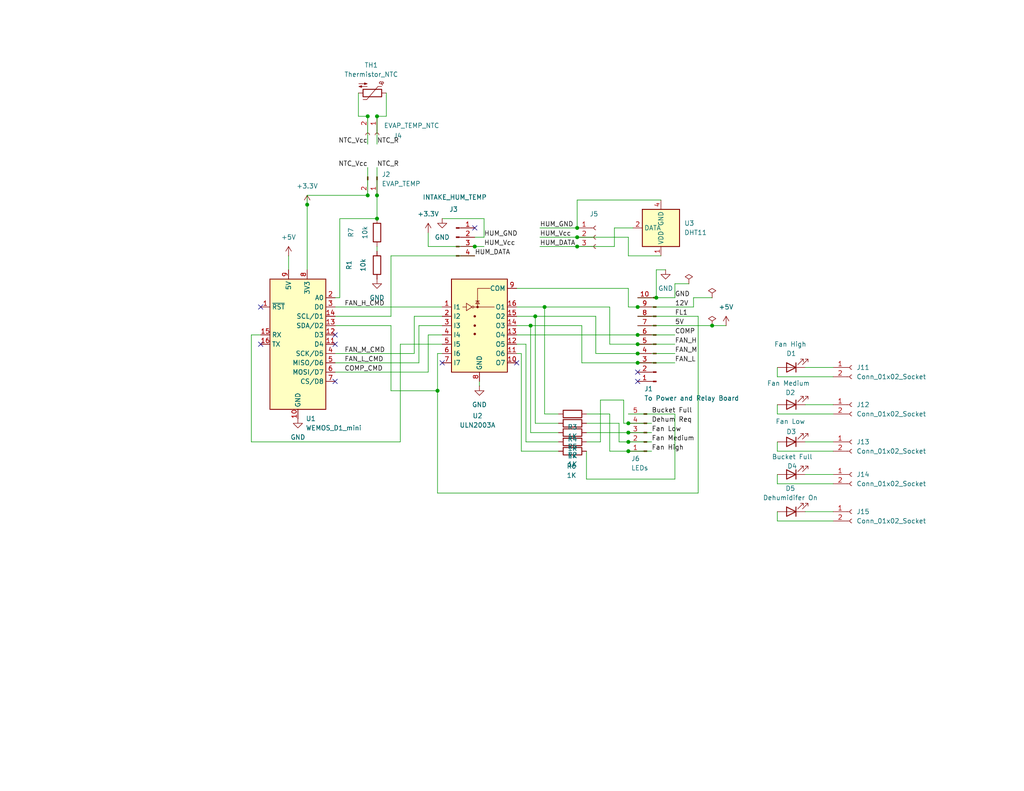
<source format=kicad_sch>
(kicad_sch (version 20250114) (generator "eeschema") (generator_version "9.0")
  (paper "USLetter")
  (title_block (title "Dehumidifier Retrofit esp8255") (rev "0") (company "Red Creek Enterprises"))
  (lib_symbols
    (symbol "Connector:Conn_01x02_Pin" (pin_names (offset 1.016) (hide yes))
      (property "Reference" "J" (at 0 2.54 0))
      (property "Value" "Conn_01x02_Pin" (at 0 -5.08 0))
      (symbol "Conn_01x02_Pin_1_1"
        (rectangle (start 0.8636 0.127) (end 0 -0.127) (stroke (width 0.1524)) (fill (type outline)))
        (rectangle (start 0.8636 -2.413) (end 0 -2.667) (stroke (width 0.1524)) (fill (type outline)))
        (polyline (pts (xy 1.27 0) (xy 0.8636 0)) (stroke (width 0.1524)))
        (polyline (pts (xy 1.27 -2.54) (xy 0.8636 -2.54)) (stroke (width 0.1524)))
        (pin passive line (at 5.08 0 180) (length 3.81) (name "Pin_1") (number "1"))
        (pin passive line (at 5.08 -2.54 180) (length 3.81) (name "Pin_2") (number "2"))
      )
    )
    (symbol "Connector:Conn_01x02_Socket" (pin_names (offset 1.016) (hide yes))
      (property "Reference" "J" (at 0 2.54 0))
      (property "Value" "Conn_01x02_Socket" (at 0 -5.08 0))
      (symbol "Conn_01x02_Socket_1_1"
        (polyline (pts (xy -1.27 0) (xy -0.508 0)) (stroke (width 0.1524)))
        (polyline (pts (xy -1.27 -2.54) (xy -0.508 -2.54)) (stroke (width 0.1524)))
        (arc (start 0 -0.508) (mid -0.5058 0) (end 0 0.508) (stroke (width 0.1524)))
        (arc (start 0 -3.048) (mid -0.5058 -2.54) (end 0 -2.032) (stroke (width 0.1524)))
        (pin passive line (at -5.08 0 0) (length 3.81) (name "Pin_1") (number "1"))
        (pin passive line (at -5.08 -2.54 0) (length 3.81) (name "Pin_2") (number "2"))
      )
    )
    (symbol "Connector:Conn_01x03_Socket" (pin_names (offset 1.016) (hide yes))
      (property "Reference" "J" (at 0 5.08 0))
      (property "Value" "Conn_01x03_Socket" (at 0 -5.08 0))
      (symbol "Conn_01x03_Socket_1_1"
        (polyline (pts (xy -1.27 2.54) (xy -0.508 2.54)) (stroke (width 0.1524)))
        (polyline (pts (xy -1.27 0) (xy -0.508 0)) (stroke (width 0.1524)))
        (polyline (pts (xy -1.27 -2.54) (xy -0.508 -2.54)) (stroke (width 0.1524)))
        (arc (start 0 2.032) (mid -0.5058 2.54) (end 0 3.048) (stroke (width 0.1524)))
        (arc (start 0 -0.508) (mid -0.5058 0) (end 0 0.508) (stroke (width 0.1524)))
        (arc (start 0 -3.048) (mid -0.5058 -2.54) (end 0 -2.032) (stroke (width 0.1524)))
        (pin passive line (at -5.08 2.54 0) (length 3.81) (name "Pin_1") (number "1"))
        (pin passive line (at -5.08 0 0) (length 3.81) (name "Pin_2") (number "2"))
        (pin passive line (at -5.08 -2.54 0) (length 3.81) (name "Pin_3") (number "3"))
      )
    )
    (symbol "Connector:Conn_01x04_Pin" (pin_names (offset 1.016) (hide yes))
      (property "Reference" "J" (at 0 5.08 0))
      (property "Value" "Conn_01x04_Pin" (at 0 -7.62 0))
      (symbol "Conn_01x04_Pin_1_1"
        (rectangle (start 0.8636 2.667) (end 0 2.413) (stroke (width 0.1524)) (fill (type outline)))
        (rectangle (start 0.8636 0.127) (end 0 -0.127) (stroke (width 0.1524)) (fill (type outline)))
        (rectangle (start 0.8636 -2.413) (end 0 -2.667) (stroke (width 0.1524)) (fill (type outline)))
        (rectangle (start 0.8636 -4.953) (end 0 -5.207) (stroke (width 0.1524)) (fill (type outline)))
        (polyline (pts (xy 1.27 2.54) (xy 0.8636 2.54)) (stroke (width 0.1524)))
        (polyline (pts (xy 1.27 0) (xy 0.8636 0)) (stroke (width 0.1524)))
        (polyline (pts (xy 1.27 -2.54) (xy 0.8636 -2.54)) (stroke (width 0.1524)))
        (polyline (pts (xy 1.27 -5.08) (xy 0.8636 -5.08)) (stroke (width 0.1524)))
        (pin passive line (at 5.08 2.54 180) (length 3.81) (name "Pin_1") (number "1"))
        (pin passive line (at 5.08 0 180) (length 3.81) (name "Pin_2") (number "2"))
        (pin passive line (at 5.08 -2.54 180) (length 3.81) (name "Pin_3") (number "3"))
        (pin passive line (at 5.08 -5.08 180) (length 3.81) (name "Pin_4") (number "4"))
      )
    )
    (symbol "Connector:Conn_01x05_Pin" (pin_names (offset 1.016) (hide yes))
      (property "Reference" "J" (at 0 7.62 0))
      (property "Value" "Conn_01x05_Pin" (at 0 -7.62 0))
      (symbol "Conn_01x05_Pin_1_1"
        (rectangle (start 0.8636 5.207) (end 0 4.953) (stroke (width 0.1524)) (fill (type outline)))
        (rectangle (start 0.8636 2.667) (end 0 2.413) (stroke (width 0.1524)) (fill (type outline)))
        (rectangle (start 0.8636 0.127) (end 0 -0.127) (stroke (width 0.1524)) (fill (type outline)))
        (rectangle (start 0.8636 -2.413) (end 0 -2.667) (stroke (width 0.1524)) (fill (type outline)))
        (rectangle (start 0.8636 -4.953) (end 0 -5.207) (stroke (width 0.1524)) (fill (type outline)))
        (polyline (pts (xy 1.27 5.08) (xy 0.8636 5.08)) (stroke (width 0.1524)))
        (polyline (pts (xy 1.27 2.54) (xy 0.8636 2.54)) (stroke (width 0.1524)))
        (polyline (pts (xy 1.27 0) (xy 0.8636 0)) (stroke (width 0.1524)))
        (polyline (pts (xy 1.27 -2.54) (xy 0.8636 -2.54)) (stroke (width 0.1524)))
        (polyline (pts (xy 1.27 -5.08) (xy 0.8636 -5.08)) (stroke (width 0.1524)))
        (pin passive line (at 5.08 5.08 180) (length 3.81) (name "Pin_1") (number "1"))
        (pin passive line (at 5.08 2.54 180) (length 3.81) (name "Pin_2") (number "2"))
        (pin passive line (at 5.08 0 180) (length 3.81) (name "Pin_3") (number "3"))
        (pin passive line (at 5.08 -2.54 180) (length 3.81) (name "Pin_4") (number "4"))
        (pin passive line (at 5.08 -5.08 180) (length 3.81) (name "Pin_5") (number "5"))
      )
    )
    (symbol "Connector:Conn_01x10_Pin" (pin_names (offset 1.016) (hide yes))
      (property "Reference" "J" (at 0 12.7 0))
      (property "Value" "Conn_01x10_Pin" (at 0 -15.24 0))
      (symbol "Conn_01x10_Pin_1_1"
        (rectangle (start 0.8636 10.287) (end 0 10.033) (stroke (width 0.1524)) (fill (type outline)))
        (rectangle (start 0.8636 7.747) (end 0 7.493) (stroke (width 0.1524)) (fill (type outline)))
        (rectangle (start 0.8636 5.207) (end 0 4.953) (stroke (width 0.1524)) (fill (type outline)))
        (rectangle (start 0.8636 2.667) (end 0 2.413) (stroke (width 0.1524)) (fill (type outline)))
        (rectangle (start 0.8636 0.127) (end 0 -0.127) (stroke (width 0.1524)) (fill (type outline)))
        (rectangle (start 0.8636 -2.413) (end 0 -2.667) (stroke (width 0.1524)) (fill (type outline)))
        (rectangle (start 0.8636 -4.953) (end 0 -5.207) (stroke (width 0.1524)) (fill (type outline)))
        (rectangle (start 0.8636 -7.493) (end 0 -7.747) (stroke (width 0.1524)) (fill (type outline)))
        (rectangle (start 0.8636 -10.033) (end 0 -10.287) (stroke (width 0.1524)) (fill (type outline)))
        (rectangle (start 0.8636 -12.573) (end 0 -12.827) (stroke (width 0.1524)) (fill (type outline)))
        (polyline (pts (xy 1.27 10.16) (xy 0.8636 10.16)) (stroke (width 0.1524)))
        (polyline (pts (xy 1.27 7.62) (xy 0.8636 7.62)) (stroke (width 0.1524)))
        (polyline (pts (xy 1.27 5.08) (xy 0.8636 5.08)) (stroke (width 0.1524)))
        (polyline (pts (xy 1.27 2.54) (xy 0.8636 2.54)) (stroke (width 0.1524)))
        (polyline (pts (xy 1.27 0) (xy 0.8636 0)) (stroke (width 0.1524)))
        (polyline (pts (xy 1.27 -2.54) (xy 0.8636 -2.54)) (stroke (width 0.1524)))
        (polyline (pts (xy 1.27 -5.08) (xy 0.8636 -5.08)) (stroke (width 0.1524)))
        (polyline (pts (xy 1.27 -7.62) (xy 0.8636 -7.62)) (stroke (width 0.1524)))
        (polyline (pts (xy 1.27 -10.16) (xy 0.8636 -10.16)) (stroke (width 0.1524)))
        (polyline (pts (xy 1.27 -12.7) (xy 0.8636 -12.7)) (stroke (width 0.1524)))
        (pin passive line (at 5.08 10.16 180) (length 3.81) (name "Pin_1") (number "1"))
        (pin passive line (at 5.08 7.62 180) (length 3.81) (name "Pin_2") (number "2"))
        (pin passive line (at 5.08 5.08 180) (length 3.81) (name "Pin_3") (number "3"))
        (pin passive line (at 5.08 2.54 180) (length 3.81) (name "Pin_4") (number "4"))
        (pin passive line (at 5.08 0 180) (length 3.81) (name "Pin_5") (number "5"))
        (pin passive line (at 5.08 -2.54 180) (length 3.81) (name "Pin_6") (number "6"))
        (pin passive line (at 5.08 -5.08 180) (length 3.81) (name "Pin_7") (number "7"))
        (pin passive line (at 5.08 -7.62 180) (length 3.81) (name "Pin_8") (number "8"))
        (pin passive line (at 5.08 -10.16 180) (length 3.81) (name "Pin_9") (number "9"))
        (pin passive line (at 5.08 -12.7 180) (length 3.81) (name "Pin_10") (number "10"))
      )
    )
    (symbol "Device:LED" (pin_numbers (hide yes)) (pin_names (offset 1.016) (hide yes))
      (property "Reference" "D" (at 0 2.54 0))
      (property "Value" "LED" (at 0 -2.54 0))
      (symbol "LED_0_1"
        (polyline (pts (xy -3.048 -0.762) (xy -4.572 -2.286) (xy -3.81 -2.286) (xy -4.572 -2.286) (xy -4.572 -1.524)))
        (polyline (pts (xy -1.778 -0.762) (xy -3.302 -2.286) (xy -2.54 -2.286) (xy -3.302 -2.286) (xy -3.302 -1.524)))
        (polyline (pts (xy -1.27 0) (xy 1.27 0)))
        (polyline (pts (xy -1.27 -1.27) (xy -1.27 1.27)) (stroke (width 0.254)))
        (polyline (pts (xy 1.27 -1.27) (xy 1.27 1.27) (xy -1.27 0) (xy 1.27 -1.27)) (stroke (width 0.254)))
      )
      (symbol "LED_1_1"
        (pin passive line (at -3.81 0 0) (length 2.54) (name "K") (number "1"))
        (pin passive line (at 3.81 0 180) (length 2.54) (name "A") (number "2"))
      )
    )
    (symbol "Device:R" (pin_numbers (hide yes)) (pin_names (offset 0))
      (property "Reference" "R" (at 2.032 0 90))
      (property "Value" "R" (at 0 0 90))
      (symbol "R_0_1"
        (rectangle (start -1.016 -2.54) (end 1.016 2.54) (stroke (width 0.254)))
      )
      (symbol "R_1_1"
        (pin passive line (at 0 3.81 270) (length 1.27) (name "~") (number "1"))
        (pin passive line (at 0 -3.81 90) (length 1.27) (name "~") (number "2"))
      )
    )
    (symbol "Device:Thermistor_NTC" (pin_numbers (hide yes)) (pin_names (offset 0))
      (property "Reference" "TH" (at -4.445 0 90))
      (property "Value" "Thermistor_NTC" (at 3.175 0 90))
      (symbol "Thermistor_NTC_0_1"
        (arc (start -3.175 2.413) (mid -3.0506 2.3165) (end -3.048 2.159))
        (arc (start -3.048 2.794) (mid -2.9736 2.9736) (end -2.794 3.048))
        (arc (start -2.794 3.048) (mid -2.6144 2.9736) (end -2.54 2.794))
        (arc (start -2.794 2.54) (mid -2.9736 2.6144) (end -3.048 2.794))
        (arc (start -2.794 1.905) (mid -2.9736 1.9794) (end -3.048 2.159))
        (arc (start -2.54 2.159) (mid -2.6144 1.9794) (end -2.794 1.905))
        (arc (start -2.159 2.794) (mid -2.434 2.5608) (end -2.794 2.54))
        (polyline (pts (xy -2.54 2.159) (xy -2.54 2.794)))
        (polyline (pts (xy -2.54 -3.683) (xy -2.54 -1.397) (xy -2.794 -2.159) (xy -2.286 -2.159) (xy -2.54 -1.397) (xy -2.54 -1.651)) (fill (type outline)))
        (polyline (pts (xy -1.778 2.54) (xy -1.778 1.524) (xy 1.778 -1.524) (xy 1.778 -2.54)))
        (polyline (pts (xy -1.778 -1.397) (xy -1.778 -3.683) (xy -2.032 -2.921) (xy -1.524 -2.921) (xy -1.778 -3.683) (xy -1.778 -3.429)) (fill (type outline)))
        (rectangle (start -1.016 2.54) (end 1.016 -2.54) (stroke (width 0.254)))
      )
      (symbol "Thermistor_NTC_1_1"
        (pin passive line (at 0 3.81 270) (length 1.27) (name "~") (number "1"))
        (pin passive line (at 0 -3.81 90) (length 1.27) (name "~") (number "2"))
      )
    )
    (symbol "RF_Module:WEMOS_D1_mini"
      (property "Reference" "U1" (at 2.1433 -20.32 0))
      (property "Value" "WEMOS_D1_mini" (at 2.1433 -22.86 0))
      (symbol "WEMOS_D1_mini_1_1"
        (rectangle (start -7.62 17.78) (end 7.62 -17.78) (stroke (width 0.254)) (fill (type background)))
        (pin input line (at -10.16 10.16 0) (length 2.54) (name "~{RST}") (number "1"))
        (pin bidirectional line (at -10.16 2.54 0) (length 2.54) (name "RX") (number "15"))
        (pin output line (at -10.16 0 0) (length 2.54) (name "TX") (number "16"))
        (pin power_in line (at -2.54 20.32 270) (length 2.54) (name "5V") (number "9"))
        (pin power_in line (at 0 -20.32 90) (length 2.54) (name "GND") (number "10"))
        (pin power_out line (at 2.54 20.32 270) (length 2.54) (name "3V3") (number "8"))
        (pin input line (at 10.16 12.7 180) (length 2.54) (name "A0") (number "2"))
        (pin bidirectional line (at 10.16 10.16 180) (length 2.54) (name "D0") (number "3"))
        (pin bidirectional line (at 10.16 7.62 180) (length 2.54) (name "SCL/D1") (number "14"))
        (pin bidirectional line (at 10.16 5.08 180) (length 2.54) (name "SDA/D2") (number "13"))
        (pin bidirectional line (at 10.16 2.54 180) (length 2.54) (name "D3") (number "12"))
        (pin bidirectional line (at 10.16 0 180) (length 2.54) (name "D4") (number "11"))
        (pin bidirectional line (at 10.16 -2.54 180) (length 2.54) (name "SCK/D5") (number "4"))
        (pin bidirectional line (at 10.16 -5.08 180) (length 2.54) (name "MISO/D6") (number "5"))
        (pin bidirectional line (at 10.16 -7.62 180) (length 2.54) (name "MOSI/D7") (number "6"))
        (pin bidirectional line (at 10.16 -10.16 180) (length 2.54) (name "CS/D8") (number "7"))
      )
    )
    (symbol "Sensor:DHT11"
      (property "Reference" "U" (at -3.81 6.35 0))
      (property "Value" "DHT11" (at 3.81 6.35 0))
      (symbol "DHT11_0_1"
        (rectangle (start -5.08 5.08) (end 5.08 -5.08) (stroke (width 0.254)) (fill (type background)))
      )
      (symbol "DHT11_1_1"
        (pin no_connect line (at -5.08 0 0) (length 2.54) (hide yes) (name "NC") (number "3"))
        (pin power_in line (at 0 7.62 270) (length 2.54) (name "VDD") (number "1"))
        (pin power_in line (at 0 -7.62 90) (length 2.54) (name "GND") (number "4"))
        (pin bidirectional line (at 7.62 0 180) (length 2.54) (name "DATA") (number "2"))
      )
    )
    (symbol "Transistor_Array:ULN2003A"
      (property "Reference" "U" (at 0 15.875 0))
      (property "Value" "ULN2003A" (at 0 13.97 0))
      (symbol "ULN2003A_0_1"
        (rectangle (start -7.62 -12.7) (end 7.62 12.7) (stroke (width 0.254)) (fill (type background)))
        (polyline (pts (xy -4.572 5.08) (xy -3.556 5.08)))
        (polyline (pts (xy -3.556 6.096) (xy -3.556 4.064) (xy -2.032 5.08) (xy -3.556 6.096)))
        (circle (center -1.778 5.08) (radius 0.254))
        (polyline (pts (xy -1.524 5.08) (xy 4.064 5.08)))
        (circle (center -1.27 2.54) (radius 0.254) (fill (type outline)))
        (circle (center -1.27 0) (radius 0.254) (fill (type outline)))
        (circle (center -1.27 -2.286) (radius 0.254) (fill (type outline)))
        (circle (center -0.508 5.08) (radius 0.254) (fill (type outline)))
        (polyline (pts (xy -0.508 5.08) (xy -0.508 10.16) (xy 2.921 10.16)))
        (polyline (pts (xy 0 6.731) (xy -1.016 6.731)))
        (polyline (pts (xy 0 5.969) (xy -1.016 5.969) (xy -0.508 6.731) (xy 0 5.969)))
      )
      (symbol "ULN2003A_1_1"
        (pin input line (at -10.16 5.08 0) (length 2.54) (name "I1") (number "1"))
        (pin input line (at -10.16 2.54 0) (length 2.54) (name "I2") (number "2"))
        (pin input line (at -10.16 0 0) (length 2.54) (name "I3") (number "3"))
        (pin input line (at -10.16 -2.54 0) (length 2.54) (name "I4") (number "4"))
        (pin input line (at -10.16 -5.08 0) (length 2.54) (name "I5") (number "5"))
        (pin input line (at -10.16 -7.62 0) (length 2.54) (name "I6") (number "6"))
        (pin input line (at -10.16 -10.16 0) (length 2.54) (name "I7") (number "7"))
        (pin power_in line (at 0 -15.24 90) (length 2.54) (name "GND") (number "8"))
        (pin passive line (at 10.16 10.16 180) (length 2.54) (name "COM") (number "9"))
        (pin open_collector line (at 10.16 5.08 180) (length 2.54) (name "O1") (number "16"))
        (pin open_collector line (at 10.16 2.54 180) (length 2.54) (name "O2") (number "15"))
        (pin open_collector line (at 10.16 0 180) (length 2.54) (name "O3") (number "14"))
        (pin open_collector line (at 10.16 -2.54 180) (length 2.54) (name "O4") (number "13"))
        (pin open_collector line (at 10.16 -5.08 180) (length 2.54) (name "O5") (number "12"))
        (pin open_collector line (at 10.16 -7.62 180) (length 2.54) (name "O6") (number "11"))
        (pin open_collector line (at 10.16 -10.16 180) (length 2.54) (name "O7") (number "10"))
      )
    )
    (symbol "power:+3.3V" (power) (pin_numbers (hide yes)) (pin_names (offset 0) (hide yes))
      (property "Value" "+3.3V" (at 0 3.556 0))
      (symbol "+3.3V_0_1"
        (polyline (pts (xy -0.762 1.27) (xy 0 2.54)))
        (polyline (pts (xy 0 2.54) (xy 0.762 1.27)))
        (polyline (pts (xy 0 0) (xy 0 2.54)))
      )
      (symbol "+3.3V_1_1"
        (pin power_in line (at 0 0 90) (length 0) (name "~") (number "1"))
      )
    )
    (symbol "power:+5V" (power) (pin_numbers (hide yes)) (pin_names (offset 0) (hide yes))
      (property "Value" "+5V" (at 0 3.556 0))
      (symbol "+5V_0_1"
        (polyline (pts (xy -0.762 1.27) (xy 0 2.54)))
        (polyline (pts (xy 0 2.54) (xy 0.762 1.27)))
        (polyline (pts (xy 0 0) (xy 0 2.54)))
      )
      (symbol "+5V_1_1"
        (pin power_in line (at 0 0 90) (length 0) (name "~") (number "1"))
      )
    )
    (symbol "power:GND" (power) (pin_numbers (hide yes)) (pin_names (offset 0) (hide yes))
      (property "Value" "GND" (at 0 -3.81 0))
      (symbol "GND_0_1"
        (polyline (pts (xy 0 0) (xy 0 -1.27) (xy 1.27 -1.27) (xy 0 -2.54) (xy -1.27 -1.27) (xy 0 -1.27)))
      )
      (symbol "GND_1_1"
        (pin power_in line (at 0 0 270) (length 0) (name "~") (number "1"))
      )
    )
    (symbol "power:PWR_FLAG" (power) (pin_numbers (hide yes)) (pin_names (offset 0) (hide yes))
      (property "Value" "PWR_FLAG" (at 0 3.81 0))
      (symbol "PWR_FLAG_0_0"
        (pin power_out line (at 0 0 90) (length 0) (name "~") (number "1"))
      )
      (symbol "PWR_FLAG_0_1"
        (polyline (pts (xy 0 0) (xy 0 1.27) (xy -1.016 1.905) (xy 0 2.54) (xy 1.016 1.905) (xy 0 1.27)))
      )
    )
  )
  (junction (at 102.87 31.75))
  (junction (at 102.87 59.69))
  (junction (at 179.07 81.28))
  (junction (at 119.38 106.68))
  (junction (at 100.33 31.75))
  (junction (at 173.99 91.44))
  (junction (at 129.54 67.31))
  (junction (at 157.48 62.23))
  (junction (at 102.87 53.34))
  (junction (at 83.82 55.88))
  (junction (at 171.45 123.19))
  (junction (at 171.45 120.65))
  (junction (at 173.99 83.82))
  (junction (at 148.59 83.82))
  (junction (at 146.05 86.36))
  (junction (at 171.45 118.11))
  (junction (at 157.48 64.77))
  (junction (at 194.31 88.9))
  (junction (at 171.45 115.57))
  (junction (at 100.33 53.34))
  (junction (at 173.99 93.98))
  (junction (at 144.78 88.9))
  (junction (at 157.48 67.31))
  (junction (at 173.99 96.52))
  (junction (at 173.99 99.06))
  (no_connect (at 91.44 104.14))
  (no_connect (at 173.99 104.14))
  (no_connect (at 140.97 99.06))
  (no_connect (at 71.12 93.98))
  (no_connect (at 173.99 101.6))
  (no_connect (at 71.12 83.82))
  (no_connect (at 91.44 93.98))
  (no_connect (at 91.44 91.44))
  (no_connect (at 129.54 62.23))
  (no_connect (at 120.65 99.06))
  (wire (pts (xy 143.51 120.65) (xy 152.4 120.65)))
  (wire (pts (xy 120.65 59.69) (xy 132.08 59.69)))
  (wire (pts (xy 68.58 91.44) (xy 71.12 91.44)))
  (wire (pts (xy 173.99 88.9) (xy 194.31 88.9)))
  (wire (pts (xy 105.41 25.4) (xy 105.41 31.75)))
  (wire (pts (xy 102.87 45.72) (xy 102.87 53.34)))
  (wire (pts (xy 166.37 93.98) (xy 173.99 93.98)))
  (wire (pts (xy 102.87 67.31) (xy 102.87 68.58)))
  (wire (pts (xy 100.33 45.72) (xy 100.33 53.34)))
  (wire (pts (xy 198.12 88.9) (xy 194.31 88.9)))
  (wire (pts (xy 144.78 118.11) (xy 144.78 88.9)))
  (wire (pts (xy 212.09 110.49) (xy 212.09 113.03)))
  (wire (pts (xy 212.09 132.08) (xy 227.33 132.08)))
  (wire (pts (xy 148.59 83.82) (xy 140.97 83.82)))
  (wire (pts (xy 113.03 86.36) (xy 120.65 86.36)))
  (wire (pts (xy 160.02 113.03) (xy 166.37 113.03)))
  (wire (pts (xy 184.15 130.81) (xy 184.15 113.03)))
  (wire (pts (xy 147.32 64.77) (xy 157.48 64.77)))
  (wire (pts (xy 184.15 81.28) (xy 179.07 81.28)))
  (wire (pts (xy 106.68 106.68) (xy 119.38 106.68)))
  (wire (pts (xy 143.51 93.98) (xy 143.51 120.65)))
  (wire (pts (xy 219.71 120.65) (xy 227.33 120.65)))
  (wire (pts (xy 83.82 55.88) (xy 83.82 73.66)))
  (wire (pts (xy 181.61 73.66) (xy 179.07 73.66)))
  (wire (pts (xy 130.81 104.14) (xy 130.81 105.41)))
  (wire (pts (xy 83.82 53.34) (xy 83.82 55.88)))
  (wire (pts (xy 140.97 91.44) (xy 173.99 91.44)))
  (wire (pts (xy 157.48 54.61) (xy 157.48 62.23)))
  (wire (pts (xy 173.99 86.36) (xy 190.5 86.36)))
  (wire (pts (xy 116.84 67.31) (xy 116.84 63.5)))
  (wire (pts (xy 114.3 88.9) (xy 120.65 88.9)))
  (wire (pts (xy 102.87 53.34) (xy 102.87 59.69)))
  (wire (pts (xy 109.22 93.98) (xy 109.22 120.65)))
  (wire (pts (xy 166.37 113.03) (xy 166.37 123.19)))
  (wire (pts (xy 190.5 134.62) (xy 119.38 134.62)))
  (wire (pts (xy 171.45 83.82) (xy 173.99 83.82)))
  (wire (pts (xy 92.71 59.69) (xy 102.87 59.69)))
  (wire (pts (xy 170.18 109.22) (xy 170.18 115.57)))
  (wire (pts (xy 91.44 101.6) (xy 116.84 101.6)))
  (wire (pts (xy 91.44 88.9) (xy 106.68 88.9)))
  (wire (pts (xy 140.97 93.98) (xy 143.51 93.98)))
  (wire (pts (xy 212.09 102.87) (xy 227.33 102.87)))
  (wire (pts (xy 179.07 73.66) (xy 179.07 81.28)))
  (wire (pts (xy 171.45 115.57) (xy 177.8 115.57)))
  (wire (pts (xy 184.15 77.47) (xy 184.15 81.28)))
  (wire (pts (xy 163.83 120.65) (xy 163.83 109.22)))
  (wire (pts (xy 171.45 120.65) (xy 177.8 120.65)))
  (wire (pts (xy 157.48 64.77) (xy 171.45 64.77)))
  (wire (pts (xy 144.78 88.9) (xy 158.75 88.9)))
  (wire (pts (xy 105.41 31.75) (xy 102.87 31.75)))
  (wire (pts (xy 119.38 134.62) (xy 119.38 106.68)))
  (wire (pts (xy 119.38 96.52) (xy 120.65 96.52)))
  (wire (pts (xy 170.18 115.57) (xy 171.45 115.57)))
  (wire (pts (xy 160.02 130.81) (xy 184.15 130.81)))
  (wire (pts (xy 168.91 115.57) (xy 168.91 120.65)))
  (wire (pts (xy 157.48 67.31) (xy 167.64 67.31)))
  (wire (pts (xy 113.03 96.52) (xy 113.03 86.36)))
  (wire (pts (xy 148.59 113.03) (xy 152.4 113.03)))
  (wire (pts (xy 162.56 86.36) (xy 162.56 96.52)))
  (wire (pts (xy 212.09 142.24) (xy 227.33 142.24)))
  (wire (pts (xy 158.75 88.9) (xy 158.75 99.06)))
  (wire (pts (xy 162.56 96.52) (xy 173.99 96.52)))
  (wire (pts (xy 219.71 129.54) (xy 227.33 129.54)))
  (wire (pts (xy 91.44 99.06) (xy 114.3 99.06)))
  (wire (pts (xy 172.72 62.23) (xy 167.64 62.23)))
  (wire (pts (xy 163.83 109.22) (xy 170.18 109.22)))
  (wire (pts (xy 160.02 118.11) (xy 171.45 118.11)))
  (wire (pts (xy 189.23 81.28) (xy 189.23 83.82)))
  (wire (pts (xy 184.15 91.44) (xy 173.99 91.44)))
  (wire (pts (xy 171.45 118.11) (xy 177.8 118.11)))
  (wire (pts (xy 109.22 93.98) (xy 120.65 93.98)))
  (wire (pts (xy 219.71 110.49) (xy 227.33 110.49)))
  (wire (pts (xy 184.15 93.98) (xy 173.99 93.98)))
  (wire (pts (xy 119.38 96.52) (xy 119.38 106.68)))
  (wire (pts (xy 171.45 123.19) (xy 177.8 123.19)))
  (wire (pts (xy 97.79 25.4) (xy 97.79 31.75)))
  (wire (pts (xy 92.71 59.69) (xy 92.71 81.28)))
  (wire (pts (xy 194.31 81.28) (xy 189.23 81.28)))
  (wire (pts (xy 212.09 139.7) (xy 212.09 142.24)))
  (wire (pts (xy 171.45 69.85) (xy 171.45 64.77)))
  (wire (pts (xy 160.02 123.19) (xy 160.02 130.81)))
  (wire (pts (xy 83.82 53.34) (xy 100.33 53.34)))
  (wire (pts (xy 160.02 120.65) (xy 163.83 120.65)))
  (wire (pts (xy 142.24 123.19) (xy 152.4 123.19)))
  (wire (pts (xy 91.44 86.36) (xy 106.68 86.36)))
  (wire (pts (xy 91.44 81.28) (xy 92.71 81.28)))
  (wire (pts (xy 97.79 31.75) (xy 100.33 31.75)))
  (wire (pts (xy 106.68 86.36) (xy 106.68 69.85)))
  (wire (pts (xy 146.05 86.36) (xy 140.97 86.36)))
  (wire (pts (xy 91.44 96.52) (xy 113.03 96.52)))
  (wire (pts (xy 132.08 59.69) (xy 132.08 64.77)))
  (wire (pts (xy 109.22 120.65) (xy 68.58 120.65)))
  (wire (pts (xy 171.45 113.03) (xy 184.15 113.03)))
  (wire (pts (xy 212.09 129.54) (xy 212.09 132.08)))
  (wire (pts (xy 179.07 81.28) (xy 173.99 81.28)))
  (wire (pts (xy 167.64 62.23) (xy 167.64 67.31)))
  (wire (pts (xy 148.59 113.03) (xy 148.59 83.82)))
  (wire (pts (xy 116.84 101.6) (xy 116.84 91.44)))
  (wire (pts (xy 166.37 83.82) (xy 166.37 93.98)))
  (wire (pts (xy 129.54 64.77) (xy 132.08 64.77)))
  (wire (pts (xy 158.75 99.06) (xy 173.99 99.06)))
  (wire (pts (xy 146.05 115.57) (xy 152.4 115.57)))
  (wire (pts (xy 166.37 123.19) (xy 171.45 123.19)))
  (wire (pts (xy 212.09 113.03) (xy 227.33 113.03)))
  (wire (pts (xy 212.09 100.33) (xy 212.09 102.87)))
  (wire (pts (xy 219.71 139.7) (xy 227.33 139.7)))
  (wire (pts (xy 180.34 69.85) (xy 171.45 69.85)))
  (wire (pts (xy 168.91 120.65) (xy 171.45 120.65)))
  (wire (pts (xy 91.44 83.82) (xy 120.65 83.82)))
  (wire (pts (xy 144.78 118.11) (xy 152.4 118.11)))
  (wire (pts (xy 180.34 54.61) (xy 157.48 54.61)))
  (wire (pts (xy 106.68 88.9) (xy 106.68 106.68)))
  (wire (pts (xy 184.15 96.52) (xy 173.99 96.52)))
  (wire (pts (xy 100.33 31.75) (xy 100.33 39.37)))
  (wire (pts (xy 160.02 115.57) (xy 168.91 115.57)))
  (wire (pts (xy 147.32 62.23) (xy 157.48 62.23)))
  (wire (pts (xy 148.59 83.82) (xy 166.37 83.82)))
  (wire (pts (xy 106.68 69.85) (xy 129.54 69.85)))
  (wire (pts (xy 114.3 99.06) (xy 114.3 88.9)))
  (wire (pts (xy 184.15 99.06) (xy 173.99 99.06)))
  (wire (pts (xy 171.45 78.74) (xy 171.45 83.82)))
  (wire (pts (xy 187.96 77.47) (xy 184.15 77.47)))
  (wire (pts (xy 146.05 86.36) (xy 162.56 86.36)))
  (wire (pts (xy 129.54 67.31) (xy 132.08 67.31)))
  (wire (pts (xy 116.84 91.44) (xy 120.65 91.44)))
  (wire (pts (xy 140.97 78.74) (xy 171.45 78.74)))
  (wire (pts (xy 102.87 31.75) (xy 102.87 39.37)))
  (wire (pts (xy 68.58 120.65) (xy 68.58 91.44)))
  (wire (pts (xy 116.84 67.31) (xy 129.54 67.31)))
  (wire (pts (xy 146.05 115.57) (xy 146.05 86.36)))
  (wire (pts (xy 142.24 96.52) (xy 140.97 96.52)))
  (wire (pts (xy 190.5 86.36) (xy 190.5 134.62)))
  (wire (pts (xy 173.99 83.82) (xy 189.23 83.82)))
  (wire (pts (xy 212.09 123.19) (xy 227.33 123.19)))
  (wire (pts (xy 147.32 67.31) (xy 157.48 67.31)))
  (wire (pts (xy 140.97 88.9) (xy 144.78 88.9)))
  (wire (pts (xy 142.24 96.52) (xy 142.24 123.19)))
  (wire (pts (xy 78.74 69.85) (xy 78.74 73.66)))
  (wire (pts (xy 219.71 100.33) (xy 227.33 100.33)))
  (wire (pts (xy 212.09 120.65) (xy 212.09 123.19)))
  (label "HUM_Vcc" (at 147.32 64.77 0))
  (label "FAN_H" (at 184.15 93.98 0))
  (label "FAN_M" (at 184.15 96.52 0))
  (label "HUM_GND" (at 147.32 62.23 0))
  (label "NTC_R" (at 102.87 39.37 0))
  (label "FL1" (at 184.15 86.36 0))
  (label "COMP_CMD" (at 93.98 101.6 0))
  (label "NTC_Vcc" (at 100.33 39.37 180))
  (label "5V" (at 184.15 88.9 0))
  (label "Dehum Req" (at 177.8 115.57 0))
  (label "Fan High" (at 177.8 123.19 0))
  (label "NTC_Vcc" (at 100.33 45.72 180))
  (label "COMP" (at 184.15 91.44 0))
  (label "FAN_H_CMD" (at 93.98 83.82 0))
  (label "Fan Low" (at 177.8 118.11 0))
  (label "Fan Medium" (at 177.8 120.65 0))
  (label "HUM_DATA" (at 147.32 67.31 0))
  (label "HUM_GND" (at 132.08 64.77 0))
  (label "Bucket Full" (at 177.8 113.03 0))
  (label "FAN_M_CMD" (at 93.98 96.52 0))
  (label "12V" (at 184.15 83.82 0))
  (label "GND" (at 184.15 81.28 0))
  (label "FAN_L_CMD" (at 93.98 99.06 0))
  (label "HUM_DATA" (at 129.54 69.85 0))
  (label "NTC_R" (at 102.87 45.72 0))
  (label "HUM_Vcc" (at 132.08 67.31 0))
  (label "FAN_L" (at 184.15 99.06 0))
  (symbol (lib_id "Device:Thermistor_NTC") (at 101.6 25.4 270) (unit 1) (on_board no)
    (property "Reference" "TH1" (at 101.2825 17.78 90))
    (property "Value" "Thermistor_NTC" (at 101.2825 20.32 90))
    (property "Description" "Temperature dependent resistor, negative temperature coefficient" (effects (hide yes)))
  )
  (symbol (lib_id "Device:LED") (at 215.9 129.54 180) (unit 1) (on_board no)
    (property "Reference" "D4" (at 216.154 127.254 0))
    (property "Value" "Bucket Full" (at 216.154 124.714 0))
    (property "Footprint" "LED_THT:LED_D5.0mm" (effects (hide yes)))
    (property "Description" "Light emitting diode" (effects (hide yes)))
    (property "Sim.Pins" "1=K 2=A" (effects (hide yes)))
  )
  (symbol (lib_id "Device:R") (at 102.87 63.5 0) (mirror x) (unit 1)
    (property "Reference" "R7" (at 95.758 63.5 90))
    (property "Value" "10k" (at 99.568 63.5 90))
    (property "Footprint" "Resistor_THT:R_Axial_DIN0207_L6.3mm_D2.5mm_P10.16mm_Horizontal" (effects (hide yes)))
    (property "Description" "Resistor" (effects (hide yes)))
  )
  (symbol (lib_id "Device:LED") (at 215.9 120.65 180) (unit 1) (on_board no)
    (property "Reference" "D3" (at 215.9 117.856 0))
    (property "Value" "Fan Low" (at 215.646 115.062 0))
    (property "Footprint" "LED_THT:LED_D5.0mm" (effects (hide yes)))
    (property "Description" "Light emitting diode" (effects (hide yes)))
    (property "Sim.Pins" "1=K 2=A" (effects (hide yes)))
  )
  (symbol (lib_id "Connector:Conn_01x04_Pin") (at 124.46 64.77 0) (unit 1)
    (property "Reference" "J3" (at 124.968 57.15 0) (effects (justify right)))
    (property "Value" "INTAKE_HUM_TEMP" (at 132.842 53.848 0) (effects (justify right)))
    (property "Footprint" "Connector_PinHeader_2.54mm:PinHeader_1x04_P2.54mm_Vertical" (effects (hide yes)))
    (property "Description" "Generic connector, single row, 01x04, script generated" (effects (hide yes)))
  )
  (symbol (lib_id "Device:R") (at 102.87 72.39 0) (mirror x) (unit 1)
    (property "Reference" "R1" (at 95.25 72.39 90))
    (property "Value" "10k" (at 99.06 72.39 90))
    (property "Footprint" "Resistor_THT:R_Axial_DIN0207_L6.3mm_D2.5mm_P10.16mm_Horizontal" (effects (hide yes)))
    (property "Description" "Resistor" (effects (hide yes)))
  )
  (symbol (lib_id "power:PWR_FLAG") (at 194.31 88.9 0) (unit 1)
    (property "Reference" "#FLG01" (effects (hide yes)))
    (property "Value" "PWR_FLAG" (effects (hide yes)))
    (property "Description" "Special symbol for telling ERC where power comes from" (effects (hide yes)))
  )
  (symbol (lib_id "Device:R") (at 156.21 113.03 90) (unit 1)
    (property "Reference" "R3" (at 156.21 116.586 90))
    (property "Value" "1K" (at 156.21 119.126 90))
    (property "Footprint" "Resistor_THT:R_Axial_DIN0207_L6.3mm_D2.5mm_P10.16mm_Horizontal" (effects (hide yes)))
    (property "Description" "Resistor" (effects (hide yes)))
  )
  (symbol (lib_id "Connector:Conn_01x02_Socket") (at 232.41 120.65 0) (unit 1) (on_board no)
    (property "Reference" "J13" (at 233.68 120.6499 0) (effects (justify left)))
    (property "Value" "Conn_01x02_Socket" (at 233.68 123.1899 0) (effects (justify left)))
    (property "Footprint" "Connector_PinSocket_2.54mm:PinSocket_1x02_P2.54mm_Vertical" (effects (hide yes)))
    (property "Description" "Generic connector, single row, 01x02, script generated" (effects (hide yes)))
  )
  (symbol (lib_id "Device:LED") (at 215.9 139.7 180) (unit 1) (on_board no)
    (property "Reference" "D5" (at 215.646 133.35 0))
    (property "Value" "Dehumidifer On" (at 215.646 135.89 0))
    (property "Footprint" "LED_THT:LED_D5.0mm" (effects (hide yes)))
    (property "Description" "Light emitting diode" (effects (hide yes)))
    (property "Sim.Pins" "1=K 2=A" (effects (hide yes)))
  )
  (symbol (lib_id "Connector:Conn_01x03_Socket") (at 162.56 64.77 0) (unit 1) (on_board no)
    (property "Reference" "J5" (at 162.052 58.42 0))
    (property "Value" "Conn_01x03_Socket" (effects (hide yes)))
    (property "Footprint" "Connector_PinSocket_2.54mm:PinSocket_1x03_P2.54mm_Vertical" (effects (hide yes)))
    (property "Description" "Generic connector, single row, 01x03, script generated" (effects (hide yes)))
  )
  (symbol (lib_id "Connector:Conn_01x10_Pin") (at 179.07 93.98 180) (unit 1)
    (property "Reference" "J1" (at 175.768 106.172 0) (effects (justify right)))
    (property "Value" "To Power and Relay Board" (at 175.768 108.712 0) (effects (justify right)))
    (property "Footprint" "Connector_PinHeader_2.54mm:PinHeader_1x10_P2.54mm_Vertical" (effects (hide yes)))
    (property "Description" "Generic connector, single row, 01x10, script generated" (effects (hide yes)))
  )
  (symbol (lib_id "RF_Module:WEMOS_D1_mini") (at 81.28 93.98 0) (unit 1)
    (property "Reference" "U1" (at 83.4233 114.3 0) (effects (justify left)))
    (property "Value" "WEMOS_D1_mini" (at 83.4233 116.84 0) (effects (justify left)))
    (property "Footprint" "RF_Module:WEMOS_D1_mini_light" (effects (hide yes)))
    (property "Datasheet" "https://wiki.wemos.cc/products:d1:d1_mini#documentation" (effects (hide yes)))
    (property "Description" "32-bit microcontroller module with WiFi" (effects (hide yes)))
  )
  (symbol (lib_id "power:+5V") (at 198.12 88.9 0) (unit 1)
    (property "Reference" "#PWR06" (effects (hide yes)))
    (property "Value" "+5V" (at 198.12 83.82 0))
    (property "Description" "Power symbol creates a global label with name \"+5V\"" (effects (hide yes)))
  )
  (symbol (lib_id "Sensor:DHT11") (at 180.34 62.23 180) (unit 1) (on_board no)
    (property "Reference" "U3" (at 186.69 60.9599 0) (effects (justify right)))
    (property "Value" "DHT11" (at 186.69 63.4999 0) (effects (justify right)))
    (property "Footprint" "Sensor:Aosong_DHT11_5.5x12.0_P2.54mm" (effects (hide yes)))
    (property "Datasheet" "http://akizukidenshi.com/download/ds/aosong/DHT11.pdf" (effects (hide yes)))
    (property "Description" "3.3V to 5.5V, temperature and humidity module, DHT11" (effects (hide yes)))
  )
  (symbol (lib_id "Connector:Conn_01x05_Pin") (at 176.53 118.11 180) (unit 1)
    (property "Reference" "J6" (at 172.212 125.222 0) (effects (justify right)))
    (property "Value" "LEDs" (at 172.212 127.762 0) (effects (justify right)))
    (property "Footprint" "Connector_PinHeader_2.54mm:PinHeader_1x05_P2.54mm_Vertical" (effects (hide yes)))
    (property "Description" "Generic connector, single row, 01x05, script generated" (effects (hide yes)))
  )
  (symbol (lib_id "Device:R") (at 156.21 120.65 90) (unit 1)
    (property "Reference" "R2" (at 156.21 124.206 90))
    (property "Value" "1K" (at 156.21 126.746 90))
    (property "Footprint" "Resistor_THT:R_Axial_DIN0207_L6.3mm_D2.5mm_P10.16mm_Horizontal" (effects (hide yes)))
    (property "Description" "Resistor" (effects (hide yes)))
  )
  (symbol (lib_id "power:+3.3V") (at 116.84 63.5 0) (unit 1)
    (property "Reference" "#PWR010" (effects (hide yes)))
    (property "Value" "+3.3V" (at 116.84 58.42 0))
    (property "Description" "Power symbol creates a global label with name \"+3.3V\"" (effects (hide yes)))
  )
  (symbol (lib_id "power:GND") (at 130.81 105.41 0) (unit 1)
    (property "Reference" "#PWR03" (effects (hide yes)))
    (property "Value" "GND" (at 130.81 110.49 0))
    (property "Description" "Power symbol creates a global label with name \"GND\" , ground" (effects (hide yes)))
  )
  (symbol (lib_id "Connector:Conn_01x02_Socket") (at 232.41 129.54 0) (unit 1) (on_board no)
    (property "Reference" "J14" (at 233.68 129.5399 0) (effects (justify left)))
    (property "Value" "Conn_01x02_Socket" (at 233.68 132.0799 0) (effects (justify left)))
    (property "Footprint" "Connector_PinSocket_2.54mm:PinSocket_1x02_P2.54mm_Vertical" (effects (hide yes)))
    (property "Description" "Generic connector, single row, 01x02, script generated" (effects (hide yes)))
  )
  (symbol (lib_id "Connector:Conn_01x02_Socket") (at 102.87 36.83 270) (unit 1) (on_board no)
    (property "Reference" "J4" (at 109.728 37.084 90) (effects (justify right)))
    (property "Value" "EVAP_TEMP_NTC" (at 119.888 34.29 90) (effects (justify right)))
    (property "Footprint" "Connector_PinHeader_2.54mm:PinHeader_1x02_P2.54mm_Vertical" (effects (hide yes)))
    (property "Description" "Generic connector, single row, 01x02, script generated" (effects (hide yes)))
  )
  (symbol (lib_id "Device:R") (at 156.21 115.57 90) (unit 1)
    (property "Reference" "R4" (at 156.21 119.888 90))
    (property "Value" "1K" (at 156.21 122.428 90))
    (property "Footprint" "Resistor_THT:R_Axial_DIN0207_L6.3mm_D2.5mm_P10.16mm_Horizontal" (effects (hide yes)))
    (property "Description" "Resistor" (effects (hide yes)))
  )
  (symbol (lib_id "power:GND") (at 102.87 76.2 0) (unit 1)
    (property "Reference" "#PWR02" (effects (hide yes)))
    (property "Value" "GND" (at 102.87 81.28 0))
    (property "Description" "Power symbol creates a global label with name \"GND\" , ground" (effects (hide yes)))
  )
  (symbol (lib_id "Device:R") (at 156.21 123.19 90) (unit 1)
    (property "Reference" "R6" (at 155.956 127.254 90))
    (property "Value" "1K" (at 155.956 129.794 90))
    (property "Footprint" "Resistor_THT:R_Axial_DIN0207_L6.3mm_D2.5mm_P10.16mm_Horizontal" (effects (hide yes)))
    (property "Description" "Resistor" (effects (hide yes)))
  )
  (symbol (lib_id "Device:R") (at 156.21 118.11 90) (unit 1)
    (property "Reference" "R5" (at 156.21 121.92 90))
    (property "Value" "1K" (at 156.21 124.46 90))
    (property "Footprint" "Resistor_THT:R_Axial_DIN0207_L6.3mm_D2.5mm_P10.16mm_Horizontal" (effects (hide yes)))
    (property "Description" "Resistor" (effects (hide yes)))
  )
  (symbol (lib_id "Connector:Conn_01x02_Socket") (at 232.41 100.33 0) (unit 1) (on_board no)
    (property "Reference" "J11" (at 233.68 100.3299 0) (effects (justify left)))
    (property "Value" "Conn_01x02_Socket" (at 233.68 102.8699 0) (effects (justify left)))
    (property "Footprint" "Connector_PinSocket_2.54mm:PinSocket_1x02_P2.54mm_Vertical" (effects (hide yes)))
    (property "Description" "Generic connector, single row, 01x02, script generated" (effects (hide yes)))
  )
  (symbol (lib_id "power:+3.3V") (at 83.82 55.88 0) (unit 1)
    (property "Reference" "#PWR09" (effects (hide yes)))
    (property "Value" "+3.3V" (at 83.82 50.8 0))
    (property "Description" "Power symbol creates a global label with name \"+3.3V\"" (effects (hide yes)))
  )
  (symbol (lib_id "power:GND") (at 81.28 114.3 0) (unit 1)
    (property "Reference" "#PWR01" (effects (hide yes)))
    (property "Value" "GND" (at 81.28 119.38 0))
    (property "Description" "Power symbol creates a global label with name \"GND\" , ground" (effects (hide yes)))
  )
  (symbol (lib_id "Transistor_Array:ULN2003A") (at 130.81 88.9 0) (unit 1)
    (property "Reference" "U2" (at 130.302 113.538 0))
    (property "Value" "ULN2003A" (at 130.302 116.078 0))
    (property "Footprint" "Package_DIP:DIP-16_W7.62mm" (effects (hide yes)))
    (property "Datasheet" "http://www.ti.com/lit/ds/symlink/uln2003a.pdf" (effects (hide yes)))
    (property "Description" "High Voltage, High Current Darlington Transistor Arrays, SOIC16/SOIC16W/DIP16/TSSOP16" (effects (hide yes)))
  )
  (symbol (lib_id "power:+5V") (at 78.74 69.85 0) (unit 1)
    (property "Reference" "#PWR08" (effects (hide yes)))
    (property "Value" "+5V" (at 78.74 64.77 0))
    (property "Description" "Power symbol creates a global label with name \"+5V\"" (effects (hide yes)))
  )
  (symbol (lib_id "Device:LED") (at 215.9 110.49 180) (unit 1) (on_board no)
    (property "Reference" "D2" (at 215.646 107.188 0))
    (property "Value" "Fan Medium" (at 215.138 104.648 0))
    (property "Footprint" "LED_THT:LED_D5.0mm" (effects (hide yes)))
    (property "Description" "Light emitting diode" (effects (hide yes)))
    (property "Sim.Pins" "1=K 2=A" (effects (hide yes)))
  )
  (symbol (lib_id "power:GND") (at 181.61 73.66 0) (unit 1)
    (property "Reference" "#PWR05" (effects (hide yes)))
    (property "Value" "GND" (at 181.61 78.74 0))
    (property "Description" "Power symbol creates a global label with name \"GND\" , ground" (effects (hide yes)))
  )
  (symbol (lib_id "power:GND") (at 120.65 59.69 0) (unit 1)
    (property "Reference" "#PWR04" (effects (hide yes)))
    (property "Value" "GND" (at 120.65 64.77 0))
    (property "Description" "Power symbol creates a global label with name \"GND\" , ground" (effects (hide yes)))
  )
  (symbol (lib_id "power:PWR_FLAG") (at 194.31 81.28 0) (unit 1)
    (property "Reference" "#FLG02" (effects (hide yes)))
    (property "Value" "PWR_FLAG" (effects (hide yes)))
    (property "Description" "Special symbol for telling ERC where power comes from" (effects (hide yes)))
  )
  (symbol (lib_id "Connector:Conn_01x02_Socket") (at 232.41 110.49 0) (unit 1) (on_board no)
    (property "Reference" "J12" (at 233.68 110.4899 0) (effects (justify left)))
    (property "Value" "Conn_01x02_Socket" (at 233.68 113.0299 0) (effects (justify left)))
    (property "Footprint" "Connector_PinSocket_2.54mm:PinSocket_1x02_P2.54mm_Vertical" (effects (hide yes)))
    (property "Description" "Generic connector, single row, 01x02, script generated" (effects (hide yes)))
  )
  (symbol (lib_id "Connector:Conn_01x02_Socket") (at 232.41 139.7 0) (unit 1) (on_board no)
    (property "Reference" "J15" (at 233.68 139.6999 0) (effects (justify left)))
    (property "Value" "Conn_01x02_Socket" (at 233.68 142.2399 0) (effects (justify left)))
    (property "Footprint" "Connector_PinSocket_2.54mm:PinSocket_1x02_P2.54mm_Vertical" (effects (hide yes)))
    (property "Description" "Generic connector, single row, 01x02, script generated" (effects (hide yes)))
  )
  (symbol (lib_id "power:PWR_FLAG") (at 187.96 77.47 0) (unit 1)
    (property "Reference" "#FLG03" (effects (hide yes)))
    (property "Value" "PWR_FLAG" (effects (hide yes)))
    (property "Description" "Special symbol for telling ERC where power comes from" (effects (hide yes)))
  )
  (symbol (lib_id "Device:LED") (at 215.9 100.33 180) (unit 1) (on_board no)
    (property "Reference" "D1" (at 215.9 96.52 0))
    (property "Value" "Fan High" (at 215.646 93.98 0))
    (property "Footprint" "LED_THT:LED_D5.0mm" (effects (hide yes)))
    (property "Description" "Light emitting diode" (effects (hide yes)))
    (property "Sim.Pins" "1=K 2=A" (effects (hide yes)))
  )
  (symbol (lib_id "Connector:Conn_01x02_Pin") (at 102.87 48.26 270) (unit 1)
    (property "Reference" "J2" (at 104.14 47.6249 90) (effects (justify left)))
    (property "Value" "EVAP_TEMP" (at 104.14 50.1649 90) (effects (justify left)))
    (property "Footprint" "Connector_PinHeader_2.54mm:PinHeader_1x02_P2.54mm_Vertical" (effects (hide yes)))
    (property "Description" "Generic connector, single row, 01x02, script generated" (effects (hide yes)))
  )
)
</source>
